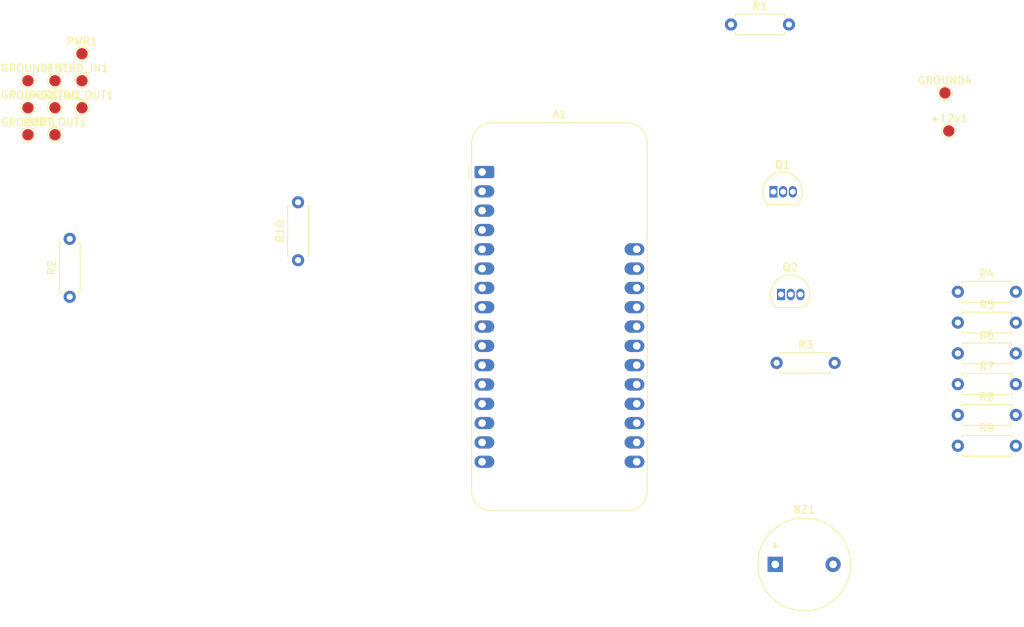
<source format=kicad_pcb>
(kicad_pcb (version 20241229) (generator "pcbnew") (generator_version "9.0")
  (layers (0 "F.Cu" signal) (2 "B.Cu" signal) (13 "F.Paste" user) (15 "B.Paste" user) (5 "F.SilkS" user "F.Silkscreen") (7 "B.SilkS" user "B.Silkscreen") (1 "F.Mask" user) (3 "B.Mask" user) (25 "Edge.Cuts" user))
  (net 0 "")
  (net 6 "Net-(A1-D0)")
  (net 9 "Net-(A1-A1)")
  (net 14 "Net-(A1-D1)")
  (net 16 "Net-(A1-A2)")
  (net 18 "Net-(A1-D6)")
  (net 21 "Net-(A1-D4)")
  (net 22 "Net-(A1-D5)")
  (net 23 "Net-(A1-A0)")
  (net 25 "Net-(A1-D2)")
  (net 26 "Net-(A1-D3)")
  (net 27 "Net-(A1-VBAT)")
  (net 28 "Net-(Q1-C)")
  (net 29 "Net-(Q2-C)")
  (net 30 "Net-(Q1-B)")
  (net 31 "Net-(Q2-B)")
  (net 32 "Net-(A1-GND)")
  (footprint "Resistor_THT:R_Axial_DIN0207_L6.3mm_D2.5mm_P7.62mm_Horizontal" (layer "F.Cu") (at 166.19 62.65)
    (property "Reference" "R4" (at 3.81 -2.37 0) (layer "F.SilkS"))
    (property "Value" "4.7k")
    (fp_line (start 0.54 -1.37) (end 7.08 -1.37) (stroke (width 0.12)) (layer "F.SilkS"))
    (fp_line (start 0.54 -1.04) (end 0.54 -1.37) (stroke (width 0.12)) (layer "F.SilkS"))
    (fp_line (start 0.54 1.04) (end 0.54 1.37) (stroke (width 0.12)) (layer "F.SilkS"))
    (fp_line (start 0.54 1.37) (end 7.08 1.37) (stroke (width 0.12)) (layer "F.SilkS"))
    (fp_line (start 7.08 -1.37) (end 7.08 -1.04) (stroke (width 0.12)) (layer "F.SilkS"))
    (fp_line (start 7.08 1.37) (end 7.08 1.04) (stroke (width 0.12)) (layer "F.SilkS"))
    (pad "1" thru_hole circle (at 0 0) (size 1.6 1.6) (drill 0.8) (layers "*.Cu" "*.Mask") (net 9 "Net-(A1-A1)"))
    (pad "2" thru_hole oval (at 7.62 0) (size 1.6 1.6) (drill 0.8) (layers "*.Cu" "*.Mask") (net 32 "Net-(A1-GND)"))
  )
  (footprint "Resistor_THT:R_Axial_DIN0207_L6.3mm_D2.5mm_P7.62mm_Horizontal" (layer "F.Cu") (at 49.5 63.31 90)
    (property "Reference" "R2" (at 3.81 -2.37 90) (layer "F.SilkS"))
    (property "Value" "4.7k")
    (fp_line (start 7.08 -1.37) (end 7.08 -1.04) (stroke (width 0.12)) (layer "F.SilkS"))
    (fp_line (start 0.54 -1.37) (end 7.08 -1.37) (stroke (width 0.12)) (layer "F.SilkS"))
    (fp_line (start 0.54 -1.04) (end 0.54 -1.37) (stroke (width 0.12)) (layer "F.SilkS"))
    (fp_line (start 0.54 1.04) (end 0.54 1.37) (stroke (width 0.12)) (layer "F.SilkS"))
    (fp_line (start 7.08 1.37) (end 7.08 1.04) (stroke (width 0.12)) (layer "F.SilkS"))
    (fp_line (start 0.54 1.37) (end 7.08 1.37) (stroke (width 0.12)) (layer "F.SilkS"))
    (pad "1" thru_hole circle (at 0 0 90) (size 1.6 1.6) (drill 0.8) (layers "*.Cu" "*.Mask") (net 16 "Net-(A1-A2)"))
    (pad "2" thru_hole oval (at 7.62 0 90) (size 1.6 1.6) (drill 0.8) (layers "*.Cu" "*.Mask") (net 32 "Net-(A1-GND)"))
  )
  (footprint "Resistor_THT:R_Axial_DIN0207_L6.3mm_D2.5mm_P7.62mm_Horizontal" (layer "F.Cu") (at 142.38 72)
    (property "Reference" "R3" (at 3.81 -2.37 0) (layer "F.SilkS"))
    (property "Value" "10k")
    (fp_line (start 0.54 -1.37) (end 7.08 -1.37) (stroke (width 0.12)) (layer "F.SilkS"))
    (fp_line (start 0.54 -1.04) (end 0.54 -1.37) (stroke (width 0.12)) (layer "F.SilkS"))
    (fp_line (start 0.54 1.04) (end 0.54 1.37) (stroke (width 0.12)) (layer "F.SilkS"))
    (fp_line (start 0.54 1.37) (end 7.08 1.37) (stroke (width 0.12)) (layer "F.SilkS"))
    (fp_line (start 7.08 -1.37) (end 7.08 -1.04) (stroke (width 0.12)) (layer "F.SilkS"))
    (fp_line (start 7.08 1.37) (end 7.08 1.04) (stroke (width 0.12)) (layer "F.SilkS"))
    (pad "1" thru_hole circle (at 0 0) (size 1.6 1.6) (drill 0.8) (layers "*.Cu" "*.Mask") (net 29 "Net-(Q2-C)"))
    (pad "2" thru_hole oval (at 7.62 0) (size 1.6 1.6) (drill 0.8) (layers "*.Cu" "*.Mask") (net 9 "Net-(A1-A1)"))
  )
  (footprint "Package_TO_SOT_THT:TO-92L_Inline" (layer "F.Cu") (at 142.96 63)
    (property "Reference" "Q2" (at 1.19 -3.56 0) (layer "F.SilkS"))
    (property "Value" "PNP")
    (fp_line (start -0.75 1.7) (end 3.1 1.7) (stroke (width 0.12)) (layer "F.SilkS"))
    (fp_arc (start -0.75 1.7) (mid 1.183448 -2.579449) (end 3.138611 1.690122) (stroke (width 0.12)) (layer "F.SilkS"))
    (pad "1" thru_hole rect (at 0 0) (size 1.05 1.5) (drill 0.75) (layers "*.Cu" "*.Mask") (net 29 "Net-(Q2-C)"))
    (pad "2" thru_hole oval (at 1.27 0) (size 1.05 1.5) (drill 0.75) (layers "*.Cu" "*.Mask") (net 31 "Net-(Q2-B)"))
    (pad "3" thru_hole oval (at 2.54 0) (size 1.05 1.5) (drill 0.75) (layers "*.Cu" "*.Mask") (net 27 "Net-(A1-VBAT)"))
  )
  (footprint "Buzzer_Beeper:Buzzer_12x9.5RM7.6" (layer "F.Cu") (at 142.2 98.5)
    (property "Reference" "BZ1" (at 3.8 -7.2 0) (layer "F.SilkS"))
    (property "Value" "Buzzer")
    (fp_circle (center 3.8 0) (end 9.9 0) (stroke (width 0.12)) (fill no) (layer "F.SilkS"))
    (fp_text user "+" (at -0.01 -2.54 0) (layer "F.SilkS"))
    (pad "1" thru_hole rect (at 0 0) (size 2 2) (drill 1) (layers "*.Cu" "*.Mask") (net 18 "Net-(A1-D6)"))
    (pad "2" thru_hole circle (at 7.6 0) (size 2 2) (drill 1) (layers "*.Cu" "*.Mask") (net 32 "Net-(A1-GND)"))
  )
  (footprint "TestPoint:TestPoint_Pad_D1.5mm" (layer "F.Cu") (at 47.56 34.9)
    (property "Reference" "LED1" (at 0 -1.648 0) (layer "F.SilkS"))
    (property "Value" "TESTPAD")
    (fp_circle (center 0 0) (end 0 0.95) (stroke (width 0.12)) (fill no) (layer "F.SilkS"))
    (pad "1" smd circle (at 0 0) (size 1.5 1.5) (layers "F.Cu" "F.Mask") (net 6 "Net-(A1-D0)"))
  )
  (footprint "TestPoint:TestPoint_Pad_D1.5mm" (layer "F.Cu") (at 47.56 42)
    (property "Reference" "PORT_OUT1" (at 0 -1.648 0) (layer "F.SilkS"))
    (property "Value" "TESTPAD")
    (fp_circle (center 0 0) (end 0 0.95) (stroke (width 0.12)) (fill no) (layer "F.SilkS"))
    (pad "1" smd circle (at 0 0) (size 1.5 1.5) (layers "F.Cu" "F.Mask") (net 29 "Net-(Q2-C)"))
  )
  (footprint "Resistor_THT:R_Axial_DIN0207_L6.3mm_D2.5mm_P7.62mm_Horizontal" (layer "F.Cu") (at 79.5 58.5 90)
    (property "Reference" "R10" (at 3.81 -2.37 90) (layer "F.SilkS"))
    (property "Value" "4.7k")
    (fp_line (start 7.08 -1.37) (end 7.08 -1.04) (stroke (width 0.12)) (layer "F.SilkS"))
    (fp_line (start 0.54 -1.37) (end 7.08 -1.37) (stroke (width 0.12)) (layer "F.SilkS"))
    (fp_line (start 0.54 -1.04) (end 0.54 -1.37) (stroke (width 0.12)) (layer "F.SilkS"))
    (fp_line (start 0.54 1.04) (end 0.54 1.37) (stroke (width 0.12)) (layer "F.SilkS"))
    (fp_line (start 7.08 1.37) (end 7.08 1.04) (stroke (width 0.12)) (layer "F.SilkS"))
    (fp_line (start 0.54 1.37) (end 7.08 1.37) (stroke (width 0.12)) (layer "F.SilkS"))
    (pad "1" thru_hole circle (at 0 0 90) (size 1.6 1.6) (drill 0.8) (layers "*.Cu" "*.Mask") (net 23 "Net-(A1-A0)"))
    (pad "2" thru_hole oval (at 7.62 0 90) (size 1.6 1.6) (drill 0.8) (layers "*.Cu" "*.Mask") (net 32 "Net-(A1-GND)"))
  )
  (footprint "TestPoint:TestPoint_Pad_D1.5mm" (layer "F.Cu") (at 51.11 38.45)
    (property "Reference" "STBD_OUT1" (at 0 -1.648 0) (layer "F.SilkS"))
    (property "Value" "TESTPAD")
    (fp_circle (center 0 0) (end 0 0.95) (stroke (width 0.12)) (fill no) (layer "F.SilkS"))
    (pad "1" smd circle (at 0 0) (size 1.5 1.5) (layers "F.Cu" "F.Mask") (net 28 "Net-(Q1-C)"))
  )
  (footprint "Resistor_THT:R_Axial_DIN0207_L6.3mm_D2.5mm_P7.62mm_Horizontal" (layer "F.Cu") (at 136.38 27.5)
    (property "Reference" "R1" (at 3.81 -2.37 0) (layer "F.SilkS"))
    (property "Value" "10k")
    (fp_line (start 0.54 -1.37) (end 7.08 -1.37) (stroke (width 0.12)) (layer "F.SilkS"))
    (fp_line (start 0.54 -1.04) (end 0.54 -1.37) (stroke (width 0.12)) (layer "F.SilkS"))
    (fp_line (start 0.54 1.04) (end 0.54 1.37) (stroke (width 0.12)) (layer "F.SilkS"))
    (fp_line (start 0.54 1.37) (end 7.08 1.37) (stroke (width 0.12)) (layer "F.SilkS"))
    (fp_line (start 7.08 -1.37) (end 7.08 -1.04) (stroke (width 0.12)) (layer "F.SilkS"))
    (fp_line (start 7.08 1.37) (end 7.08 1.04) (stroke (width 0.12)) (layer "F.SilkS"))
    (pad "1" thru_hole circle (at 0 0) (size 1.6 1.6) (drill 0.8) (layers "*.Cu" "*.Mask") (net 28 "Net-(Q1-C)"))
    (pad "2" thru_hole oval (at 7.62 0) (size 1.6 1.6) (drill 0.8) (layers "*.Cu" "*.Mask") (net 16 "Net-(A1-A2)"))
  )
  (footprint "TestPoint:TestPoint_Pad_D1.5mm" (layer "F.Cu") (at 164.5 36.5)
    (property "Reference" "GROUND4" (at 0 -1.648 0) (layer "F.SilkS"))
    (property "Value" "TESTPAD")
    (fp_circle (center 0 0) (end 0 0.95) (stroke (width 0.12)) (fill no) (layer "F.SilkS"))
    (pad "1" smd circle (at 0 0) (size 1.5 1.5) (layers "F.Cu" "F.Mask") (net 32 "Net-(A1-GND)"))
  )
  (footprint "TestPoint:TestPoint_Pad_D1.5mm" (layer "F.Cu") (at 44.01 34.9)
    (property "Reference" "GROUND1" (at 0 -1.648 0) (layer "F.SilkS"))
    (property "Value" "TESTPAD")
    (fp_circle (center 0 0) (end 0 0.95) (stroke (width 0.12)) (fill no) (layer "F.SilkS"))
    (pad "1" smd circle (at 0 0) (size 1.5 1.5) (layers "F.Cu" "F.Mask") (net 32 "Net-(A1-GND)"))
  )
  (footprint "TestPoint:TestPoint_Pad_D1.5mm" (layer "F.Cu") (at 44.01 38.45)
    (property "Reference" "GROUND2" (at 0 -1.648 0) (layer "F.SilkS"))
    (property "Value" "TESTPAD")
    (fp_circle (center 0 0) (end 0 0.95) (stroke (width 0.12)) (fill no) (layer "F.SilkS"))
    (pad "1" smd circle (at 0 0) (size 1.5 1.5) (layers "F.Cu" "F.Mask") (net 32 "Net-(A1-GND)"))
  )
  (footprint "Resistor_THT:R_Axial_DIN0207_L6.3mm_D2.5mm_P7.62mm_Horizontal" (layer "F.Cu") (at 166.19 74.8)
    (property "Reference" "R7" (at 3.81 -2.37 0) (layer "F.SilkS"))
    (property "Value" "1k")
    (fp_line (start 0.54 -1.37) (end 7.08 -1.37) (stroke (width 0.12)) (layer "F.SilkS"))
    (fp_line (start 0.54 -1.04) (end 0.54 -1.37) (stroke (width 0.12)) (layer "F.SilkS"))
    (fp_line (start 0.54 1.04) (end 0.54 1.37) (stroke (width 0.12)) (layer "F.SilkS"))
    (fp_line (start 0.54 1.37) (end 7.08 1.37) (stroke (width 0.12)) (layer "F.SilkS"))
    (fp_line (start 7.08 -1.37) (end 7.08 -1.04) (stroke (width 0.12)) (layer "F.SilkS"))
    (fp_line (start 7.08 1.37) (end 7.08 1.04) (stroke (width 0.12)) (layer "F.SilkS"))
    (pad "1" thru_hole circle (at 0 0) (size 1.6 1.6) (drill 0.8) (layers "*.Cu" "*.Mask") (net 22 "Net-(A1-D5)"))
    (pad "2" thru_hole oval (at 7.62 0) (size 1.6 1.6) (drill 0.8) (layers "*.Cu" "*.Mask") (net 31 "Net-(Q2-B)"))
  )
  (footprint "Resistor_THT:R_Axial_DIN0207_L6.3mm_D2.5mm_P7.62mm_Horizontal" (layer "F.Cu") (at 166.19 66.7)
    (property "Reference" "R5" (at 3.81 -2.37 0) (layer "F.SilkS"))
    (property "Value" "10k")
    (fp_line (start 0.54 -1.37) (end 7.08 -1.37) (stroke (width 0.12)) (layer "F.SilkS"))
    (fp_line (start 0.54 -1.04) (end 0.54 -1.37) (stroke (width 0.12)) (layer "F.SilkS"))
    (fp_line (start 0.54 1.04) (end 0.54 1.37) (stroke (width 0.12)) (layer "F.SilkS"))
    (fp_line (start 0.54 1.37) (end 7.08 1.37) (stroke (width 0.12)) (layer "F.SilkS"))
    (fp_line (start 7.08 -1.37) (end 7.08 -1.04) (stroke (width 0.12)) (layer "F.SilkS"))
    (fp_line (start 7.08 1.37) (end 7.08 1.04) (stroke (width 0.12)) (layer "F.SilkS"))
    (pad "1" thru_hole circle (at 0 0) (size 1.6 1.6) (drill 0.8) (layers "*.Cu" "*.Mask") (net 21 "Net-(A1-D4)"))
    (pad "2" thru_hole oval (at 7.62 0) (size 1.6 1.6) (drill 0.8) (layers "*.Cu" "*.Mask") (net 27 "Net-(A1-VBAT)"))
  )
  (footprint "TestPoint:TestPoint_Pad_D1.5mm" (layer "F.Cu") (at 165 41.5)
    (property "Reference" "+12v1" (at 0 -1.648 0) (layer "F.SilkS"))
    (property "Value" "TESTPAD")
    (fp_circle (center 0 0) (end 0 0.95) (stroke (width 0.12)) (fill no) (layer "F.SilkS"))
    (pad "1" smd circle (at 0 0) (size 1.5 1.5) (layers "F.Cu" "F.Mask") (net 27 "Net-(A1-VBAT)"))
  )
  (footprint "TestPoint:TestPoint_Pad_D1.5mm" (layer "F.Cu") (at 44.01 42)
    (property "Reference" "GROUND3" (at 0 -1.648 0) (layer "F.SilkS"))
    (property "Value" "TESTPAD")
    (fp_circle (center 0 0) (end 0 0.95) (stroke (width 0.12)) (fill no) (layer "F.SilkS"))
    (pad "1" smd circle (at 0 0) (size 1.5 1.5) (layers "F.Cu" "F.Mask") (net 32 "Net-(A1-GND)"))
  )
  (footprint "Package_TO_SOT_THT:TO-92L_Inline" (layer "F.Cu") (at 141.96 49.5)
    (property "Reference" "Q1" (at 1.19 -3.56 0) (layer "F.SilkS"))
    (property "Value" "PNP")
    (fp_line (start -0.75 1.7) (end 3.1 1.7) (stroke (width 0.12)) (layer "F.SilkS"))
    (fp_arc (start -0.75 1.7) (mid 1.183448 -2.579449) (end 3.138611 1.690122) (stroke (width 0.12)) (layer "F.SilkS"))
    (pad "1" thru_hole rect (at 0 0) (size 1.05 1.5) (drill 0.75) (layers "*.Cu" "*.Mask") (net 28 "Net-(Q1-C)"))
    (pad "2" thru_hole oval (at 1.27 0) (size 1.05 1.5) (drill 0.75) (layers "*.Cu" "*.Mask") (net 30 "Net-(Q1-B)"))
    (pad "3" thru_hole oval (at 2.54 0) (size 1.05 1.5) (drill 0.75) (layers "*.Cu" "*.Mask") (net 27 "Net-(A1-VBAT)"))
  )
  (footprint "Resistor_THT:R_Axial_DIN0207_L6.3mm_D2.5mm_P7.62mm_Horizontal" (layer "F.Cu") (at 166.19 70.75)
    (property "Reference" "R6" (at 3.81 -2.37 0) (layer "F.SilkS"))
    (property "Value" "1k")
    (fp_line (start 0.54 -1.37) (end 7.08 -1.37) (stroke (width 0.12)) (layer "F.SilkS"))
    (fp_line (start 0.54 -1.04) (end 0.54 -1.37) (stroke (width 0.12)) (layer "F.SilkS"))
    (fp_line (start 0.54 1.04) (end 0.54 1.37) (stroke (width 0.12)) (layer "F.SilkS"))
    (fp_line (start 0.54 1.37) (end 7.08 1.37) (stroke (width 0.12)) (layer "F.SilkS"))
    (fp_line (start 7.08 -1.37) (end 7.08 -1.04) (stroke (width 0.12)) (layer "F.SilkS"))
    (fp_line (start 7.08 1.37) (end 7.08 1.04) (stroke (width 0.12)) (layer "F.SilkS"))
    (pad "1" thru_hole circle (at 0 0) (size 1.6 1.6) (drill 0.8) (layers "*.Cu" "*.Mask") (net 21 "Net-(A1-D4)"))
    (pad "2" thru_hole oval (at 7.62 0) (size 1.6 1.6) (drill 0.8) (layers "*.Cu" "*.Mask") (net 30 "Net-(Q1-B)"))
  )
  (footprint "TestPoint:TestPoint_Pad_D1.5mm" (layer "F.Cu") (at 47.56 38.45)
    (property "Reference" "PORT_IN1" (at 0 -1.648 0) (layer "F.SilkS"))
    (property "Value" "TESTPAD")
    (fp_circle (center 0 0) (end 0 0.95) (stroke (width 0.12)) (fill no) (layer "F.SilkS"))
    (pad "1" smd circle (at 0 0) (size 1.5 1.5) (layers "F.Cu" "F.Mask") (net 26 "Net-(A1-D3)"))
  )
  (footprint "TestPoint:TestPoint_Pad_D1.5mm" (layer "F.Cu") (at 51.11 31.35)
    (property "Reference" "PWR1" (at 0 -1.648 0) (layer "F.SilkS"))
    (property "Value" "TESTPAD")
    (fp_circle (center 0 0) (end 0 0.95) (stroke (width 0.12)) (fill no) (layer "F.SilkS"))
    (pad "1" smd circle (at 0 0) (size 1.5 1.5) (layers "F.Cu" "F.Mask") (net 14 "Net-(A1-D1)"))
  )
  (footprint "Resistor_THT:R_Axial_DIN0207_L6.3mm_D2.5mm_P7.62mm_Horizontal" (layer "F.Cu") (at 166.19 78.85)
    (property "Reference" "R8" (at 3.81 -2.37 0) (layer "F.SilkS"))
    (property "Value" "10k")
    (fp_line (start 0.54 -1.37) (end 7.08 -1.37) (stroke (width 0.12)) (layer "F.SilkS"))
    (fp_line (start 0.54 -1.04) (end 0.54 -1.37) (stroke (width 0.12)) (layer "F.SilkS"))
    (fp_line (start 0.54 1.04) (end 0.54 1.37) (stroke (width 0.12)) (layer "F.SilkS"))
    (fp_line (start 0.54 1.37) (end 7.08 1.37) (stroke (width 0.12)) (layer "F.SilkS"))
    (fp_line (start 7.08 -1.37) (end 7.08 -1.04) (stroke (width 0.12)) (layer "F.SilkS"))
    (fp_line (start 7.08 1.37) (end 7.08 1.04) (stroke (width 0.12)) (layer "F.SilkS"))
    (pad "1" thru_hole circle (at 0 0) (size 1.6 1.6) (drill 0.8) (layers "*.Cu" "*.Mask") (net 22 "Net-(A1-D5)"))
    (pad "2" thru_hole oval (at 7.62 0) (size 1.6 1.6) (drill 0.8) (layers "*.Cu" "*.Mask") (net 27 "Net-(A1-VBAT)"))
  )
  (footprint "TestPoint:TestPoint_Pad_D1.5mm" (layer "F.Cu") (at 51.11 34.9)
    (property "Reference" "STBD_IN1" (at 0 -1.648 0) (layer "F.SilkS"))
    (property "Value" "TESTPAD")
    (fp_circle (center 0 0) (end 0 0.95) (stroke (width 0.12)) (fill no) (layer "F.SilkS"))
    (pad "1" smd circle (at 0 0) (size 1.5 1.5) (layers "F.Cu" "F.Mask") (net 25 "Net-(A1-D2)"))
  )
  (footprint "Resistor_THT:R_Axial_DIN0207_L6.3mm_D2.5mm_P7.62mm_Horizontal" (layer "F.Cu") (at 166.19 82.9)
    (property "Reference" "R9" (at 3.81 -2.37 0) (layer "F.SilkS"))
    (property "Value" "10k")
    (fp_line (start 0.54 -1.37) (end 7.08 -1.37) (stroke (width 0.12)) (layer "F.SilkS"))
    (fp_line (start 0.54 -1.04) (end 0.54 -1.37) (stroke (width 0.12)) (layer "F.SilkS"))
    (fp_line (start 0.54 1.04) (end 0.54 1.37) (stroke (width 0.12)) (layer "F.SilkS"))
    (fp_line (start 0.54 1.37) (end 7.08 1.37) (stroke (width 0.12)) (layer "F.SilkS"))
    (fp_line (start 7.08 -1.37) (end 7.08 -1.04) (stroke (width 0.12)) (layer "F.SilkS"))
    (fp_line (start 7.08 1.37) (end 7.08 1.04) (stroke (width 0.12)) (layer "F.SilkS"))
    (pad "1" thru_hole circle (at 0 0) (size 1.6 1.6) (drill 0.8) (layers "*.Cu" "*.Mask") (net 27 "Net-(A1-VBAT)"))
    (pad "2" thru_hole oval (at 7.62 0) (size 1.6 1.6) (drill 0.8) (layers "*.Cu" "*.Mask") (net 23 "Net-(A1-A0)"))
  )
  (footprint "Module:Adafruit_Feather" (layer "F.Cu") (at 103.68 46.9)
    (property "Reference" "A1" (at 10.16 -7.62 0) (layer "F.SilkS"))
    (property "Value" "Metro")
    (fp_line (start -1.7 1) (end -1.7 -1) (stroke (width 0.12)) (layer "F.SilkS"))
    (fp_line (start -1.38 -3.81) (end -1.38 41.91) (stroke (width 0.12)) (layer "F.SilkS"))
    (fp_line (start 19.05 -6.46) (end 1.27 -6.46) (stroke (width 0.12)) (layer "F.SilkS"))
    (fp_line (start 19.05 44.56) (end 1.27 44.56) (stroke (width 0.12)) (layer "F.SilkS"))
    (fp_line (start 21.7 -3.81) (end 21.7 41.91) (stroke (width 0.12)) (layer "F.SilkS"))
    (fp_arc (start -1.38 -3.81) (mid -0.603833 -5.683833) (end 1.27 -6.46) (stroke (width 0.12)) (layer "F.SilkS"))
    (fp_arc (start 1.27 44.56) (mid -0.603833 43.783833) (end -1.38 41.91) (stroke (width 0.12)) (layer "F.SilkS"))
    (fp_arc (start 19.05 -6.46) (mid 20.923833 -5.683833) (end 21.7 -3.81) (stroke (width 0.12)) (layer "F.SilkS"))
    (fp_arc (start 21.7 41.91) (mid 20.923833 43.783833) (end 19.05 44.56) (stroke (width 0.12)) (layer "F.SilkS"))
    (pad "1" thru_hole roundrect (at 0 0) (size 2.6 1.6) (drill 1 (offset 0.3 0)) (layers "*.Cu" "*.Mask") (roundrect_rratio 0.15625))
    (pad "2" thru_hole oval (at 0 2.54) (size 2.6 1.6) (drill 1 (offset 0.3 0)) (layers "*.Cu" "*.Mask"))
    (pad "3" thru_hole oval (at 0 5.08) (size 2.6 1.6) (drill 1 (offset 0.3 0)) (layers "*.Cu" "*.Mask"))
    (pad "4" thru_hole oval (at 0 7.62) (size 2.6 1.6) (drill 1 (offset 0.3 0)) (layers "*.Cu" "*.Mask") (net 32 "Net-(A1-GND)"))
    (pad "5" thru_hole oval (at 0 10.16) (size 2.6 1.6) (drill 1 (offset 0.3 0)) (layers "*.Cu" "*.Mask") (net 23 "Net-(A1-A0)"))
    (pad "6" thru_hole oval (at 0 12.7) (size 2.6 1.6) (drill 1 (offset 0.3 0)) (layers "*.Cu" "*.Mask") (net 9 "Net-(A1-A1)"))
    (pad "7" thru_hole oval (at 0 15.24) (size 2.6 1.6) (drill 1 (offset 0.3 0)) (layers "*.Cu" "*.Mask") (net 16 "Net-(A1-A2)"))
    (pad "8" thru_hole oval (at 0 17.78) (size 2.6 1.6) (drill 1 (offset 0.3 0)) (layers "*.Cu" "*.Mask"))
    (pad "9" thru_hole oval (at 0 20.32) (size 2.6 1.6) (drill 1 (offset 0.3 0)) (layers "*.Cu" "*.Mask"))
    (pad "10" thru_hole oval (at 0 22.86) (size 2.6 1.6) (drill 1 (offset 0.3 0)) (layers "*.Cu" "*.Mask"))
    (pad "11" thru_hole oval (at 0 25.4) (size 2.6 1.6) (drill 1 (offset 0.3 0)) (layers "*.Cu" "*.Mask"))
    (pad "12" thru_hole oval (at 0 27.94) (size 2.6 1.6) (drill 1 (offset 0.3 0)) (layers "*.Cu" "*.Mask"))
    (pad "13" thru_hole oval (at 0 30.48) (size 2.6 1.6) (drill 1 (offset 0.3 0)) (layers "*.Cu" "*.Mask"))
    (pad "14" thru_hole oval (at 0 33.02) (size 2.6 1.6) (drill 1 (offset 0.3 0)) (layers "*.Cu" "*.Mask"))
    (pad "15" thru_hole oval (at 0 35.56) (size 2.6 1.6) (drill 1 (offset 0.3 0)) (layers "*.Cu" "*.Mask"))
    (pad "16" thru_hole oval (at 0 38.1) (size 2.6 1.6) (drill 1 (offset 0.3 0)) (layers "*.Cu" "*.Mask"))
    (pad "17" thru_hole oval (at 20.32 38.1 180) (size 2.6 1.6) (drill 1 (offset 0.3 0)) (layers "*.Cu" "*.Mask"))
    (pad "18" thru_hole oval (at 20.32 35.56 180) (size 2.6 1.6) (drill 1 (offset 0.3 0)) (layers "*.Cu" "*.Mask"))
    (pad "19" thru_hole oval (at 20.32 33.02 180) (size 2.6 1.6) (drill 1 (offset 0.3 0)) (layers "*.Cu" "*.Mask") (net 6 "Net-(A1-D0)"))
    (pad "20" thru_hole oval (at 20.32 30.48 180) (size 2.6 1.6) (drill 1 (offset 0.3 0)) (layers "*.Cu" "*.Mask") (net 14 "Net-(A1-D1)"))
    (pad "21" thru_hole oval (at 20.32 27.94 180) (size 2.6 1.6) (drill 1 (offset 0.3 0)) (layers "*.Cu" "*.Mask") (net 25 "Net-(A1-D2)"))
    (pad "22" thru_hole oval (at 20.32 25.4 180) (size 2.6 1.6) (drill 1 (offset 0.3 0)) (layers "*.Cu" "*.Mask") (net 26 "Net-(A1-D3)"))
    (pad "23" thru_hole oval (at 20.32 22.86 180) (size 2.6 1.6) (drill 1 (offset 0.3 0)) (layers "*.Cu" "*.Mask") (net 21 "Net-(A1-D4)"))
    (pad "24" thru_hole oval (at 20.32 20.32 180) (size 2.6 1.6) (drill 1 (offset 0.3 0)) (layers "*.Cu" "*.Mask") (net 22 "Net-(A1-D5)"))
    (pad "25" thru_hole oval (at 20.32 17.78 180) (size 2.6 1.6) (drill 1 (offset 0.3 0)) (layers "*.Cu" "*.Mask") (net 18 "Net-(A1-D6)"))
    (pad "26" thru_hole oval (at 20.32 15.24 180) (size 2.6 1.6) (drill 1 (offset 0.3 0)) (layers "*.Cu" "*.Mask"))
    (pad "27" thru_hole oval (at 20.32 12.7 180) (size 2.6 1.6) (drill 1 (offset 0.3 0)) (layers "*.Cu" "*.Mask"))
    (pad "28" thru_hole oval (at 20.32 10.16 180) (size 2.6 1.6) (drill 1 (offset 0.3 0)) (layers "*.Cu" "*.Mask") (net 27 "Net-(A1-VBAT)"))
  )
)
</source>
